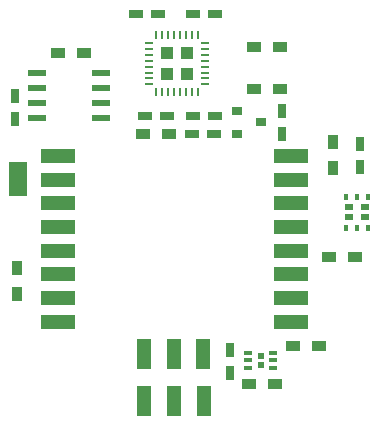
<source format=gtp>
G04 #@! TF.GenerationSoftware,KiCad,Pcbnew,no-vcs-found-44b118f~58~ubuntu16.04.1*
G04 #@! TF.CreationDate,2017-06-12T14:31:22+03:00*
G04 #@! TF.ProjectId,multisensor_cr2032,6D756C746973656E736F725F63723230,rev?*
G04 #@! TF.FileFunction,Paste,Top*
G04 #@! TF.FilePolarity,Positive*
%FSLAX46Y46*%
G04 Gerber Fmt 4.6, Leading zero omitted, Abs format (unit mm)*
G04 Created by KiCad (PCBNEW no-vcs-found-44b118f~58~ubuntu16.04.1) date Mon Jun 12 14:31:22 2017*
%MOMM*%
%LPD*%
G01*
G04 APERTURE LIST*
%ADD10C,0.100000*%
%ADD11R,1.270000X2.500000*%
%ADD12R,1.200000X0.750000*%
%ADD13R,0.750000X1.200000*%
%ADD14R,1.035000X1.035000*%
%ADD15R,0.700000X0.250000*%
%ADD16R,0.250000X0.700000*%
%ADD17R,1.500000X3.000000*%
%ADD18R,1.200000X0.900000*%
%ADD19R,0.900000X1.200000*%
%ADD20R,1.550000X0.600000*%
%ADD21R,0.900000X0.800000*%
%ADD22R,0.780000X0.510000*%
%ADD23R,0.450000X0.630000*%
%ADD24R,3.000000X1.200000*%
%ADD25R,0.600000X0.480000*%
%ADD26R,0.650000X0.350000*%
G04 APERTURE END LIST*
D10*
D11*
X119380000Y-102838000D03*
X116840000Y-102838000D03*
X114300000Y-102838000D03*
X114300000Y-98838000D03*
X116840000Y-98838000D03*
X119340000Y-98838000D03*
D12*
X113604000Y-70104000D03*
X115504000Y-70104000D03*
X116266000Y-78740000D03*
X114366000Y-78740000D03*
X120330000Y-70104000D03*
X118430000Y-70104000D03*
X120330000Y-78740000D03*
X118430000Y-78740000D03*
D13*
X103378000Y-78928000D03*
X103378000Y-77028000D03*
D12*
X118364000Y-80264000D03*
X120264000Y-80264000D03*
D13*
X132588000Y-81092000D03*
X132588000Y-82992000D03*
X125984000Y-80198000D03*
X125984000Y-78298000D03*
D14*
X117956500Y-73406000D03*
X116231500Y-73406000D03*
X117956500Y-75131000D03*
X116231500Y-75131000D03*
D15*
X119494000Y-72518500D03*
X119494000Y-73018500D03*
X119494000Y-73518500D03*
X119494000Y-74018500D03*
X119494000Y-74518500D03*
X119494000Y-75018500D03*
X119494000Y-75518500D03*
X119494000Y-76018500D03*
D16*
X118844000Y-76668500D03*
X118344000Y-76668500D03*
X117844000Y-76668500D03*
X117344000Y-76668500D03*
X116844000Y-76668500D03*
X116344000Y-76668500D03*
X115844000Y-76668500D03*
X115344000Y-76668500D03*
D15*
X114694000Y-76018500D03*
X114694000Y-75518500D03*
X114694000Y-75018500D03*
X114694000Y-74518500D03*
X114694000Y-74018500D03*
X114694000Y-73518500D03*
X114694000Y-73018500D03*
X114694000Y-72518500D03*
D16*
X115344000Y-71868500D03*
X115844000Y-71868500D03*
X116344000Y-71868500D03*
X116844000Y-71868500D03*
X117344000Y-71868500D03*
X117844000Y-71868500D03*
X118344000Y-71868500D03*
X118844000Y-71868500D03*
D17*
X103632000Y-84020000D03*
D18*
X107020000Y-73406000D03*
X109220000Y-73406000D03*
X123614000Y-76454000D03*
X125814000Y-76454000D03*
X123614000Y-72898000D03*
X125814000Y-72898000D03*
D19*
X130302000Y-80942000D03*
X130302000Y-83142000D03*
D18*
X132164000Y-90678000D03*
X129964000Y-90678000D03*
D19*
X103548000Y-91610000D03*
X103548000Y-93810000D03*
D20*
X110650000Y-75057000D03*
X110650000Y-76327000D03*
X110650000Y-77597000D03*
X110650000Y-78867000D03*
X105250000Y-78867000D03*
X105250000Y-77597000D03*
X105250000Y-76327000D03*
X105250000Y-75057000D03*
D21*
X124206000Y-79248000D03*
X122206000Y-80198000D03*
X122206000Y-78298000D03*
D22*
X131684000Y-87293000D03*
X132984000Y-87293000D03*
X131684000Y-86443000D03*
X132984000Y-86443000D03*
D23*
X131384000Y-85528000D03*
X132334000Y-85528000D03*
X133284000Y-85528000D03*
X133284000Y-88208000D03*
X132334000Y-88208000D03*
X131384000Y-88208000D03*
D24*
X107046000Y-96106000D03*
X107046000Y-94106000D03*
X107046000Y-92106000D03*
X107046000Y-90106000D03*
X107046000Y-88106000D03*
X107046000Y-86106000D03*
X107046000Y-84106000D03*
X107046000Y-82106000D03*
X126746000Y-82106000D03*
X126746000Y-84106000D03*
X126746000Y-86106000D03*
X126746000Y-88106000D03*
X126746000Y-90106000D03*
X126746000Y-92106000D03*
X126746000Y-94106000D03*
X126746000Y-96106000D03*
D18*
X116416000Y-80264000D03*
X114216000Y-80264000D03*
D13*
X121600000Y-100450000D03*
X121600000Y-98550000D03*
D18*
X125400000Y-101400000D03*
X123200000Y-101400000D03*
X129100000Y-98200000D03*
X126900000Y-98200000D03*
D25*
X124200000Y-99000000D03*
X124200000Y-99800000D03*
D26*
X125250000Y-98750000D03*
X125250000Y-99400000D03*
X125250000Y-100050000D03*
X123150000Y-100050000D03*
X123150000Y-99400000D03*
X123150000Y-98750000D03*
M02*

</source>
